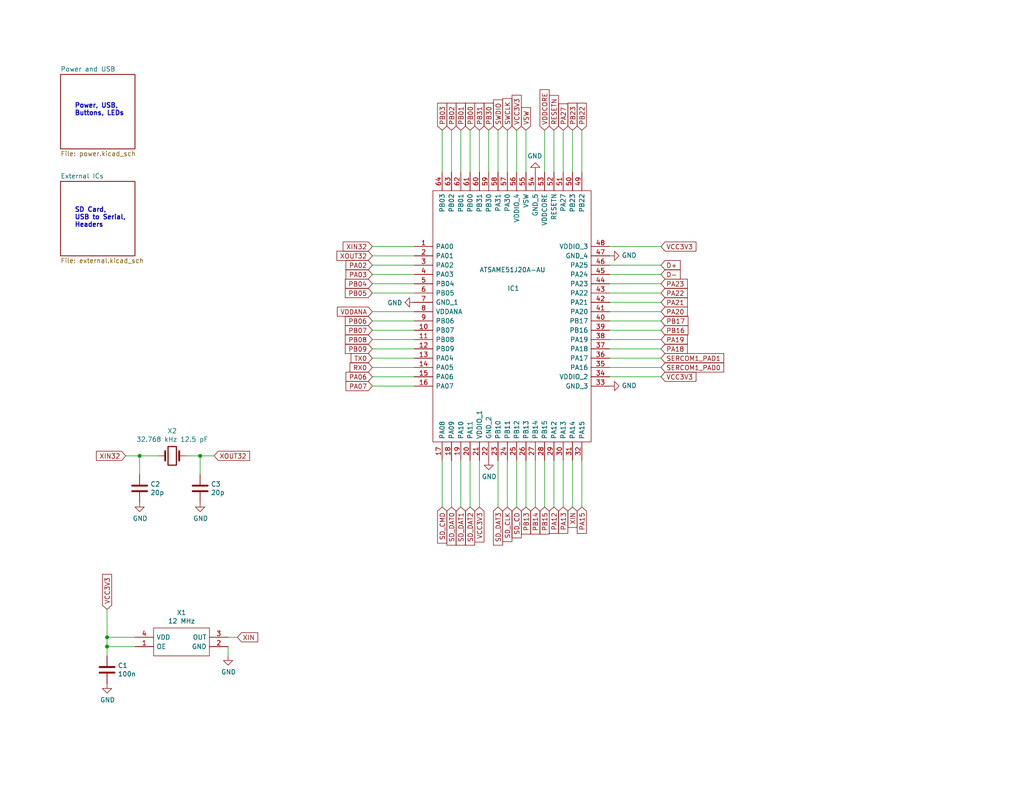
<source format=kicad_sch>
(kicad_sch (version 20211123) (generator eeschema)
  (paper "USLetter")
  (title_block (title "ATSAME51 Demo Board") (date "2021-10-25") (rev "1.0") (company "Quantum Embedded Systems"))
  (lib_symbols
    (symbol "Device:C" (pin_numbers hide) (pin_names (offset 0.254))
      (property "Reference" "C" (at 0.635 2.54 0))
      (property "Value" "C" (at 0.635 -2.54 0))
      (symbol "C_0_1"
        (polyline (pts (xy -2.032 -0.762) (xy 2.032 -0.762)) (stroke (width 0.508)))
        (polyline (pts (xy -2.032 0.762) (xy 2.032 0.762)) (stroke (width 0.508)))
      )
      (symbol "C_1_1"
        (pin passive line (at 0 3.81 270) (length 2.794) (name "~") (number "1"))
        (pin passive line (at 0 -3.81 90) (length 2.794) (name "~") (number "2"))
      )
    )
    (symbol "Device:Crystal" (pin_numbers hide) (pin_names (offset 1.016) hide)
      (property "Reference" "Y" (at 0 3.81 0))
      (property "Value" "Crystal" (at 0 -3.81 0))
      (symbol "Crystal_0_1"
        (rectangle (start -1.143 2.54) (end 1.143 -2.54) (stroke (width 0.3048)))
        (polyline (pts (xy -2.54 0) (xy -1.905 0)))
        (polyline (pts (xy -1.905 -1.27) (xy -1.905 1.27)) (stroke (width 0.508)))
        (polyline (pts (xy 1.905 -1.27) (xy 1.905 1.27)) (stroke (width 0.508)))
        (polyline (pts (xy 2.54 0) (xy 1.905 0)))
      )
      (symbol "Crystal_1_1"
        (pin passive line (at -3.81 0 0) (length 1.27) (name "1") (number "1"))
        (pin passive line (at 3.81 0 180) (length 1.27) (name "2") (number "2"))
      )
    )
    (symbol "SamacSys_Parts:ASTMUPCE-33-12.000MHZ-LJ-E-T" (pin_names (offset 0.762))
      (property "Reference" "Y" (at 21.59 7.62 0))
      (property "Value" "ASTMUPCE-33-12.000MHZ-LJ-E-T" (at 21.59 5.08 0))
      (symbol "ASTMUPCE-33-12.000MHZ-LJ-E-T_0_0"
        (pin passive line (at 0 -2.54 0) (length 5.08) (name "OE") (number "1"))
        (pin passive line (at 25.4 -2.54 180) (length 5.08) (name "GND") (number "2"))
        (pin passive line (at 25.4 0 180) (length 5.08) (name "OUT") (number "3"))
        (pin passive line (at 0 0 0) (length 5.08) (name "VDD") (number "4"))
      )
      (symbol "ASTMUPCE-33-12.000MHZ-LJ-E-T_0_1"
        (polyline (pts (xy 5.08 2.54) (xy 20.32 2.54) (xy 20.32 -5.08) (xy 5.08 -5.08) (xy 5.08 2.54)) (stroke (width 0.1524)))
      )
    )
    (symbol "SamacSys_Parts:ATSAME51J20A-AU" (pin_names (offset 0.762))
      (property "Reference" "IC" (at 49.53 20.32 0))
      (property "Value" "ATSAME51J20A-AU" (at 49.53 17.78 0))
      (symbol "ATSAME51J20A-AU_0_0"
        (pin passive line (at 0 0 0) (length 5.08) (name "PA00") (number "1"))
        (pin passive line (at 0 -22.86 0) (length 5.08) (name "PB07") (number "10"))
        (pin passive line (at 0 -25.4 0) (length 5.08) (name "PB08") (number "11"))
        (pin passive line (at 0 -27.94 0) (length 5.08) (name "PB09") (number "12"))
        (pin passive line (at 0 -30.48 0) (length 5.08) (name "PA04") (number "13"))
        (pin passive line (at 0 -33.02 0) (length 5.08) (name "PA05") (number "14"))
        (pin passive line (at 0 -35.56 0) (length 5.08) (name "PA06") (number "15"))
        (pin passive line (at 0 -38.1 0) (length 5.08) (name "PA07") (number "16"))
        (pin passive line (at 7.62 -58.42 90) (length 5.08) (name "PA08") (number "17"))
        (pin passive line (at 10.16 -58.42 90) (length 5.08) (name "PA09") (number "18"))
        (pin passive line (at 12.7 -58.42 90) (length 5.08) (name "PA10") (number "19"))
        (pin passive line (at 0 -2.54 0) (length 5.08) (name "PA01") (number "2"))
        (pin passive line (at 15.24 -58.42 90) (length 5.08) (name "PA11") (number "20"))
        (pin passive line (at 17.78 -58.42 90) (length 5.08) (name "VDDIO_1") (number "21"))
        (pin passive line (at 20.32 -58.42 90) (length 5.08) (name "GND_2") (number "22"))
        (pin passive line (at 22.86 -58.42 90) (length 5.08) (name "PB10") (number "23"))
        (pin passive line (at 25.4 -58.42 90) (length 5.08) (name "PB11") (number "24"))
        (pin passive line (at 27.94 -58.42 90) (length 5.08) (name "PB12") (number "25"))
        (pin passive line (at 30.48 -58.42 90) (length 5.08) (name "PB13") (number "26"))
        (pin passive line (at 33.02 -58.42 90) (length 5.08) (name "PB14") (number "27"))
        (pin passive line (at 35.56 -58.42 90) (length 5.08) (name "PB15") (number "28"))
        (pin passive line (at 38.1 -58.42 90) (length 5.08) (name "PA12") (number "29"))
        (pin passive line (at 0 -5.08 0) (length 5.08) (name "PA02") (number "3"))
        (pin passive line (at 40.64 -58.42 90) (length 5.08) (name "PA13") (number "30"))
        (pin passive line (at 43.18 -58.42 90) (length 5.08) (name "PA14") (number "31"))
        (pin passive line (at 45.72 -58.42 90) (length 5.08) (name "PA15") (number "32"))
        (pin passive line (at 53.34 -38.1 180) (length 5.08) (name "GND_3") (number "33"))
        (pin passive line (at 53.34 -35.56 180) (length 5.08) (name "VDDIO_2") (number "34"))
        (pin passive line (at 53.34 -33.02 180) (length 5.08) (name "PA16") (number "35"))
        (pin passive line (at 53.34 -30.48 180) (length 5.08) (name "PA17") (number "36"))
        (pin passive line (at 53.34 -27.94 180) (length 5.08) (name "PA18") (number "37"))
        (pin passive line (at 53.34 -25.4 180) (length 5.08) (name "PA19") (number "38"))
        (pin passive line (at 53.34 -22.86 180) (length 5.08) (name "PB16") (number "39"))
        (pin passive line (at 0 -7.62 0) (length 5.08) (name "PA03") (number "4"))
        (pin passive line (at 53.34 -20.32 180) (length 5.08) (name "PB17") (number "40"))
        (pin passive line (at 53.34 -17.78 180) (length 5.08) (name "PA20") (number "41"))
        (pin passive line (at 53.34 -15.24 180) (length 5.08) (name "PA21") (number "42"))
        (pin passive line (at 53.34 -12.7 180) (length 5.08) (name "PA22") (number "43"))
        (pin passive line (at 53.34 -10.16 180) (length 5.08) (name "PA23") (number "44"))
        (pin passive line (at 53.34 -7.62 180) (length 5.08) (name "PA24") (number "45"))
        (pin passive line (at 53.34 -5.08 180) (length 5.08) (name "PA25") (number "46"))
        (pin passive line (at 53.34 -2.54 180) (length 5.08) (name "GND_4") (number "47"))
        (pin passive line (at 53.34 0 180) (length 5.08) (name "VDDIO_3") (number "48"))
        (pin passive line (at 45.72 20.32 270) (length 5.08) (name "PB22") (number "49"))
        (pin passive line (at 0 -10.16 0) (length 5.08) (name "PB04") (number "5"))
        (pin passive line (at 43.18 20.32 270) (length 5.08) (name "PB23") (number "50"))
        (pin passive line (at 40.64 20.32 270) (length 5.08) (name "PA27") (number "51"))
        (pin passive line (at 38.1 20.32 270) (length 5.08) (name "RESETN") (number "52"))
        (pin passive line (at 35.56 20.32 270) (length 5.08) (name "VDDCORE") (number "53"))
        (pin passive line (at 33.02 20.32 270) (length 5.08) (name "GND_5") (number "54"))
        (pin passive line (at 30.48 20.32 270) (length 5.08) (name "VSW") (number "55"))
        (pin passive line (at 27.94 20.32 270) (length 5.08) (name "VDDIO_4") (number "56"))
        (pin passive line (at 25.4 20.32 270) (length 5.08) (name "PA30") (number "57"))
        (pin passive line (at 22.86 20.32 270) (length 5.08) (name "PA31") (number "58"))
        (pin passive line (at 20.32 20.32 270) (length 5.08) (name "PB30") (number "59"))
        (pin passive line (at 0 -12.7 0) (length 5.08) (name "PB05") (number "6"))
        (pin passive line (at 17.78 20.32 270) (length 5.08) (name "PB31") (number "60"))
        (pin passive line (at 15.24 20.32 270) (length 5.08) (name "PB00") (number "61"))
        (pin passive line (at 12.7 20.32 270) (length 5.08) (name "PB01") (number "62"))
        (pin passive line (at 10.16 20.32 270) (length 5.08) (name "PB02") (number "63"))
        (pin passive line (at 7.62 20.32 270) (length 5.08) (name "PB03") (number "64"))
        (pin passive line (at 0 -15.24 0) (length 5.08) (name "GND_1") (number "7"))
        (pin passive line (at 0 -17.78 0) (length 5.08) (name "VDDANA") (number "8"))
        (pin passive line (at 0 -20.32 0) (length 5.08) (name "PB06") (number "9"))
      )
      (symbol "ATSAME51J20A-AU_0_1"
        (polyline (pts (xy 5.08 15.24) (xy 48.26 15.24) (xy 48.26 -53.34) (xy 5.08 -53.34) (xy 5.08 15.24)) (stroke (width 0.1524)))
      )
    )
    (symbol "power:GND" (power) (pin_names (offset 0))
      (property "Value" "GND" (at 0 -3.81 0))
      (symbol "GND_0_1"
        (polyline (pts (xy 0 0) (xy 0 -1.27) (xy 1.27 -1.27) (xy 0 -2.54) (xy -1.27 -1.27) (xy 0 -1.27)))
      )
      (symbol "GND_1_1"
        (pin power_in line (at 0 0 270) (length 0) hide (name "GND") (number "1"))
      )
    )
  )
  (junction (at 54.61 124.46))
  (junction (at 29.21 173.99))
  (junction (at 29.21 176.53))
  (junction (at 38.1 124.46))
  (wire (pts (xy 29.21 166.37) (xy 29.21 173.99)))
  (wire (pts (xy 151.13 125.73) (xy 151.13 138.43)))
  (wire (pts (xy 180.34 92.71) (xy 166.37 92.71)))
  (wire (pts (xy 120.65 46.99) (xy 120.65 35.56)))
  (wire (pts (xy 101.6 72.39) (xy 113.03 72.39)))
  (wire (pts (xy 34.29 124.46) (xy 38.1 124.46)))
  (wire (pts (xy 125.73 46.99) (xy 125.73 35.56)))
  (wire (pts (xy 101.6 87.63) (xy 113.03 87.63)))
  (wire (pts (xy 62.23 173.99) (xy 64.77 173.99)))
  (wire (pts (xy 138.43 125.73) (xy 138.43 138.43)))
  (wire (pts (xy 101.6 85.09) (xy 113.03 85.09)))
  (wire (pts (xy 143.51 46.99) (xy 143.51 35.56)))
  (wire (pts (xy 166.37 97.79) (xy 180.34 97.79)))
  (wire (pts (xy 101.6 74.93) (xy 113.03 74.93)))
  (wire (pts (xy 166.37 72.39) (xy 180.34 72.39)))
  (wire (pts (xy 128.27 125.73) (xy 128.27 138.43)))
  (wire (pts (xy 158.75 46.99) (xy 158.75 35.56)))
  (wire (pts (xy 166.37 100.33) (xy 180.34 100.33)))
  (wire (pts (xy 101.6 105.41) (xy 113.03 105.41)))
  (wire (pts (xy 50.8 124.46) (xy 54.61 124.46)))
  (wire (pts (xy 158.75 125.73) (xy 158.75 138.43)))
  (wire (pts (xy 101.6 102.87) (xy 113.03 102.87)))
  (wire (pts (xy 29.21 176.53) (xy 29.21 173.99)))
  (wire (pts (xy 133.35 35.56) (xy 133.35 46.99)))
  (wire (pts (xy 123.19 35.56) (xy 123.19 46.99)))
  (wire (pts (xy 148.59 138.43) (xy 148.59 125.73)))
  (wire (pts (xy 130.81 138.43) (xy 130.81 125.73)))
  (wire (pts (xy 148.59 46.99) (xy 148.59 35.56)))
  (wire (pts (xy 166.37 80.01) (xy 180.34 80.01)))
  (wire (pts (xy 180.34 82.55) (xy 166.37 82.55)))
  (wire (pts (xy 135.89 125.73) (xy 135.89 138.43)))
  (wire (pts (xy 101.6 92.71) (xy 113.03 92.71)))
  (wire (pts (xy 38.1 124.46) (xy 38.1 129.54)))
  (wire (pts (xy 140.97 46.99) (xy 140.97 35.56)))
  (wire (pts (xy 135.89 35.56) (xy 135.89 46.99)))
  (wire (pts (xy 166.37 74.93) (xy 180.34 74.93)))
  (wire (pts (xy 113.03 67.31) (xy 101.6 67.31)))
  (wire (pts (xy 101.6 90.17) (xy 113.03 90.17)))
  (wire (pts (xy 123.19 125.73) (xy 123.19 138.43)))
  (wire (pts (xy 128.27 35.56) (xy 128.27 46.99)))
  (wire (pts (xy 29.21 173.99) (xy 36.83 173.99)))
  (wire (pts (xy 101.6 77.47) (xy 113.03 77.47)))
  (wire (pts (xy 153.67 46.99) (xy 153.67 35.56)))
  (wire (pts (xy 146.05 125.73) (xy 146.05 138.43)))
  (wire (pts (xy 166.37 102.87) (xy 180.34 102.87)))
  (wire (pts (xy 36.83 176.53) (xy 29.21 176.53)))
  (wire (pts (xy 143.51 138.43) (xy 143.51 125.73)))
  (wire (pts (xy 58.42 124.46) (xy 54.61 124.46)))
  (wire (pts (xy 101.6 95.25) (xy 113.03 95.25)))
  (wire (pts (xy 113.03 97.79) (xy 101.6 97.79)))
  (wire (pts (xy 180.34 87.63) (xy 166.37 87.63)))
  (wire (pts (xy 166.37 90.17) (xy 180.34 90.17)))
  (wire (pts (xy 166.37 95.25) (xy 180.34 95.25)))
  (wire (pts (xy 43.18 124.46) (xy 38.1 124.46)))
  (wire (pts (xy 130.81 46.99) (xy 130.81 35.56)))
  (wire (pts (xy 62.23 176.53) (xy 62.23 179.07)))
  (wire (pts (xy 156.21 138.43) (xy 156.21 125.73)))
  (wire (pts (xy 113.03 69.85) (xy 101.6 69.85)))
  (wire (pts (xy 156.21 46.99) (xy 156.21 35.56)))
  (wire (pts (xy 113.03 100.33) (xy 101.6 100.33)))
  (wire (pts (xy 125.73 125.73) (xy 125.73 138.43)))
  (wire (pts (xy 101.6 80.01) (xy 113.03 80.01)))
  (wire (pts (xy 166.37 67.31) (xy 180.34 67.31)))
  (wire (pts (xy 140.97 125.73) (xy 140.97 138.43)))
  (wire (pts (xy 153.67 138.43) (xy 153.67 125.73)))
  (wire (pts (xy 166.37 85.09) (xy 180.34 85.09)))
  (wire (pts (xy 151.13 46.99) (xy 151.13 35.56)))
  (wire (pts (xy 180.34 77.47) (xy 166.37 77.47)))
  (wire (pts (xy 138.43 46.99) (xy 138.43 35.56)))
  (wire (pts (xy 29.21 179.07) (xy 29.21 176.53)))
  (wire (pts (xy 54.61 124.46) (xy 54.61 129.54)))
  (wire (pts (xy 120.65 125.73) (xy 120.65 138.43)))
  (text "Power, USB, \nButtons, LEDs" (at 20.32 31.75 0) (effects (font (size 1.27 1.27) (thickness 0.254) bold) (justify left bottom)))
  (text "SD Card, \nUSB to Serial,\nHeaders" (at 20.32 62.23 0) (effects (font (size 1.27 1.27) (thickness 0.254) bold) (justify left bottom)))
  (global_label "SERCOM1_PAD1" (shape input) (at 180.34 97.79 0) (property "Intersheet References" "${INTERSHEET_REFS}" (effects hide)))
  (global_label "PB14" (shape input) (at 146.05 138.43 270) (property "Intersheet References" "${INTERSHEET_REFS}" (effects hide)))
  (global_label "RESETN" (shape input) (at 151.13 35.56 90) (property "Intersheet References" "${INTERSHEET_REFS}" (effects hide)))
  (global_label "D+" (shape input) (at 180.34 72.39 0) (property "Intersheet References" "${INTERSHEET_REFS}" (effects hide)))
  (global_label "PB23" (shape input) (at 156.21 35.56 90) (property "Intersheet References" "${INTERSHEET_REFS}" (effects hide)))
  (global_label "XIN" (shape input) (at 156.21 138.43 270) (property "Intersheet References" "${INTERSHEET_REFS}" (effects hide)))
  (global_label "PB08" (shape input) (at 101.6 92.71 180) (property "Intersheet References" "${INTERSHEET_REFS}" (effects hide)))
  (global_label "PA22" (shape input) (at 180.34 80.01 0) (property "Intersheet References" "${INTERSHEET_REFS}" (effects hide)))
  (global_label "PA20" (shape input) (at 180.34 85.09 0) (property "Intersheet References" "${INTERSHEET_REFS}" (effects hide)))
  (global_label "VDDANA" (shape input) (at 101.6 85.09 180) (property "Intersheet References" "${INTERSHEET_REFS}" (effects hide)))
  (global_label "SD_DAT0" (shape input) (at 123.19 138.43 270) (property "Intersheet References" "${INTERSHEET_REFS}" (effects hide)))
  (global_label "PB06" (shape input) (at 101.6 87.63 180) (property "Intersheet References" "${INTERSHEET_REFS}" (effects hide)))
  (global_label "PA27" (shape input) (at 153.67 35.56 90) (property "Intersheet References" "${INTERSHEET_REFS}" (effects hide)))
  (global_label "PB30" (shape input) (at 133.35 35.56 90) (property "Intersheet References" "${INTERSHEET_REFS}" (effects hide)))
  (global_label "VSW" (shape input) (at 143.51 35.56 90) (property "Intersheet References" "${INTERSHEET_REFS}" (effects hide)))
  (global_label "PB13" (shape input) (at 143.51 138.43 270) (property "Intersheet References" "${INTERSHEET_REFS}" (effects hide)))
  (global_label "PB03" (shape input) (at 120.65 35.56 90) (property "Intersheet References" "${INTERSHEET_REFS}" (effects hide)))
  (global_label "PB16" (shape input) (at 180.34 90.17 0) (property "Intersheet References" "${INTERSHEET_REFS}" (effects hide)))
  (global_label "PA13" (shape input) (at 153.67 138.43 270) (property "Intersheet References" "${INTERSHEET_REFS}" (effects hide)))
  (global_label "VCC3V3" (shape input) (at 140.97 35.56 90) (property "Intersheet References" "${INTERSHEET_REFS}" (effects hide)))
  (global_label "SERCOM1_PAD0" (shape input) (at 180.34 100.33 0) (property "Intersheet References" "${INTERSHEET_REFS}" (effects hide)))
  (global_label "PA12" (shape input) (at 151.13 138.43 270) (property "Intersheet References" "${INTERSHEET_REFS}" (effects hide)))
  (global_label "SD_CD" (shape input) (at 140.97 138.43 270) (property "Intersheet References" "${INTERSHEET_REFS}" (effects hide)))
  (global_label "PA07" (shape input) (at 101.6 105.41 180) (property "Intersheet References" "${INTERSHEET_REFS}" (effects hide)))
  (global_label "SWDIO" (shape input) (at 135.89 35.56 90) (property "Intersheet References" "${INTERSHEET_REFS}" (effects hide)))
  (global_label "SD_DAT1" (shape input) (at 125.73 138.43 270) (property "Intersheet References" "${INTERSHEET_REFS}" (effects hide)))
  (global_label "PB22" (shape input) (at 158.75 35.56 90) (property "Intersheet References" "${INTERSHEET_REFS}" (effects hide)))
  (global_label "XOUT32" (shape input) (at 101.6 69.85 180) (property "Intersheet References" "${INTERSHEET_REFS}" (effects hide)))
  (global_label "VDDCORE" (shape input) (at 148.59 35.56 90) (property "Intersheet References" "${INTERSHEET_REFS}" (effects hide)))
  (global_label "PB00" (shape input) (at 128.27 35.56 90) (property "Intersheet References" "${INTERSHEET_REFS}" (effects hide)))
  (global_label "PB09" (shape input) (at 101.6 95.25 180) (property "Intersheet References" "${INTERSHEET_REFS}" (effects hide)))
  (global_label "PA19" (shape input) (at 180.34 92.71 0) (property "Intersheet References" "${INTERSHEET_REFS}" (effects hide)))
  (global_label "PA03" (shape input) (at 101.6 74.93 180) (property "Intersheet References" "${INTERSHEET_REFS}" (effects hide)))
  (global_label "PA06" (shape input) (at 101.6 102.87 180) (property "Intersheet References" "${INTERSHEET_REFS}" (effects hide)))
  (global_label "XIN" (shape input) (at 64.77 173.99 0) (property "Intersheet References" "${INTERSHEET_REFS}" (effects hide)))
  (global_label "D-" (shape input) (at 180.34 74.93 0) (property "Intersheet References" "${INTERSHEET_REFS}" (effects hide)))
  (global_label "SD_CMD" (shape input) (at 120.65 138.43 270) (property "Intersheet References" "${INTERSHEET_REFS}" (effects hide)))
  (global_label "VCC3V3" (shape input) (at 29.21 166.37 90) (property "Intersheet References" "${INTERSHEET_REFS}" (effects hide)))
  (global_label "XIN32" (shape input) (at 34.29 124.46 180) (property "Intersheet References" "${INTERSHEET_REFS}" (effects hide)))
  (global_label "TX0" (shape input) (at 101.6 97.79 180) (property "Intersheet References" "${INTERSHEET_REFS}" (effects hide)))
  (global_label "PB01" (shape input) (at 125.73 35.56 90) (property "Intersheet References" "${INTERSHEET_REFS}" (effects hide)))
  (global_label "SWCLK" (shape input) (at 138.43 35.56 90) (property "Intersheet References" "${INTERSHEET_REFS}" (effects hide)))
  (global_label "PB17" (shape input) (at 180.34 87.63 0) (property "Intersheet References" "${INTERSHEET_REFS}" (effects hide)))
  (global_label "PA18" (shape input) (at 180.34 95.25 0) (property "Intersheet References" "${INTERSHEET_REFS}" (effects hide)))
  (global_label "SD_DAT3" (shape input) (at 135.89 138.43 270) (property "Intersheet References" "${INTERSHEET_REFS}" (effects hide)))
  (global_label "VCC3V3" (shape input) (at 180.34 67.31 0) (property "Intersheet References" "${INTERSHEET_REFS}" (effects hide)))
  (global_label "SD_CLK" (shape input) (at 138.43 138.43 270) (property "Intersheet References" "${INTERSHEET_REFS}" (effects hide)))
  (global_label "PB07" (shape input) (at 101.6 90.17 180) (property "Intersheet References" "${INTERSHEET_REFS}" (effects hide)))
  (global_label "PA15" (shape input) (at 158.75 138.43 270) (property "Intersheet References" "${INTERSHEET_REFS}" (effects hide)))
  (global_label "PB15" (shape input) (at 148.59 138.43 270) (property "Intersheet References" "${INTERSHEET_REFS}" (effects hide)))
  (global_label "PB04" (shape input) (at 101.6 77.47 180) (property "Intersheet References" "${INTERSHEET_REFS}" (effects hide)))
  (global_label "PA21" (shape input) (at 180.34 82.55 0) (property "Intersheet References" "${INTERSHEET_REFS}" (effects hide)))
  (global_label "VCC3V3" (shape input) (at 130.81 138.43 270) (property "Intersheet References" "${INTERSHEET_REFS}" (effects hide)))
  (global_label "VCC3V3" (shape input) (at 180.34 102.87 0) (property "Intersheet References" "${INTERSHEET_REFS}" (effects hide)))
  (global_label "PA23" (shape input) (at 180.34 77.47 0) (property "Intersheet References" "${INTERSHEET_REFS}" (effects hide)))
  (global_label "PB05" (shape input) (at 101.6 80.01 180) (property "Intersheet References" "${INTERSHEET_REFS}" (effects hide)))
  (global_label "RX0" (shape input) (at 101.6 100.33 180) (property "Intersheet References" "${INTERSHEET_REFS}" (effects hide)))
  (global_label "PB31" (shape input) (at 130.81 35.56 90) (property "Intersheet References" "${INTERSHEET_REFS}" (effects hide)))
  (global_label "PB02" (shape input) (at 123.19 35.56 90) (property "Intersheet References" "${INTERSHEET_REFS}" (effects hide)))
  (global_label "XOUT32" (shape input) (at 58.42 124.46 0) (property "Intersheet References" "${INTERSHEET_REFS}" (effects hide)))
  (global_label "XIN32" (shape input) (at 101.6 67.31 180) (property "Intersheet References" "${INTERSHEET_REFS}" (effects hide)))
  (global_label "SD_DAT2" (shape input) (at 128.27 138.43 270) (property "Intersheet References" "${INTERSHEET_REFS}" (effects hide)))
  (global_label "PA02" (shape input) (at 101.6 72.39 180) (property "Intersheet References" "${INTERSHEET_REFS}" (effects hide)))
  (symbol (lib_id "SamacSys_Parts:ATSAME51J20A-AU") (at 113.03 67.31 0) (unit 1)
    (property "Reference" "IC1" (at 138.43 78.74 0) (effects (justify left)))
    (property "Value" "ATSAME51J20A-AU" (at 130.81 73.66 0) (effects (justify left)))
    (property "Footprint" "SamacSys_Parts:QFP50P1200X1200X120-64N" (effects hide))
    (property "Datasheet" "http://ww1.microchip.com/downloads/en/DeviceDoc/SAM-D5xE5x-Family-Datasheet-01507B.pdf" (effects hide))
    (property "Description" "MICROCHIP - ATSAME51J20A-AU - MCU, ARM CORTEX-M4F, 120MHZ, TQFP-64" (effects hide))
    (property "Height" "1.2" (effects hide))
    (property "Mouser Part Number" "556-ATSAME51J20A-AU" (effects hide))
    (property "Mouser Price/Stock" "https://www.mouser.co.uk/ProductDetail/Microchip-Technology-Atmel/ATSAME51J20A-AU?qs=YCa%2FAAYMW00gAweaUvOoIg%3D%3D" (effects hide))
    (property "Manufacturer_Name" "Microchip" (effects hide))
    (property "Manufacturer_Part_Number" "ATSAME51J20A-AU" (effects hide))
  )
  (symbol (lib_id "power:GND") (at 113.03 82.55 270) (unit 1)
    (property "Reference" "#PWR05" (effects hide))
    (property "Value" "GND" (at 109.7788 82.677 90) (effects (justify right)))
  )
  (symbol (lib_id "power:GND") (at 133.35 125.73 0) (unit 1)
    (property "Reference" "#PWR06" (effects hide))
    (property "Value" "GND" (at 133.477 130.1242 0))
  )
  (symbol (lib_id "power:GND") (at 166.37 105.41 90) (unit 1)
    (property "Reference" "#PWR09" (effects hide))
    (property "Value" "GND" (at 169.6212 105.283 90) (effects (justify right)))
  )
  (symbol (lib_id "power:GND") (at 166.37 69.85 90) (unit 1)
    (property "Reference" "#PWR08" (effects hide))
    (property "Value" "GND" (at 169.6212 69.723 90) (effects (justify right)))
  )
  (symbol (lib_id "power:GND") (at 146.05 46.99 180) (unit 1)
    (property "Reference" "#PWR07" (effects hide))
    (property "Value" "GND" (at 145.923 42.5958 0))
  )
  (symbol (lib_id "SamacSys_Parts:ASTMUPCE-33-12.000MHZ-LJ-E-T") (at 36.83 173.99 0) (unit 1)
    (property "Reference" "X1" (at 49.53 167.259 0))
    (property "Value" "12 MHz" (at 49.53 169.5704 0))
    (property "Footprint" "SamacSys_Parts:ASTMUPCE3312000MHZLJET" (effects hide))
    (property "Datasheet" "https://abracon.com/Oscillators/ASTMUPC.pdf" (effects hide))
    (property "Description" "Standard Clock Oscillators MEMS OSC XO 12.0000MHZ LVCMOS" (effects hide))
    (property "Height" "0.8" (effects hide))
    (property "Mouser Part Number" "815-UPCE3312LJET" (effects hide))
    (property "Mouser Price/Stock" "https://www.mouser.co.uk/ProductDetail/ABRACON/ASTMUPCE-33-12000MHZ-LJ-E-T?qs=%2FPOkb%252BiDxRX9piuXNFIeDg%3D%3D" (effects hide))
    (property "Manufacturer_Name" "ABRACON" (effects hide))
    (property "Manufacturer_Part_Number" "ASTMUPCE-33-12.000MHZ-LJ-E-T" (effects hide))
  )
  (symbol (lib_id "Device:C") (at 38.1 133.35 0) (unit 1)
    (property "Reference" "C2" (at 41.021 132.1816 0) (effects (justify left)))
    (property "Value" "20p" (at 41.021 134.493 0) (effects (justify left)))
    (property "Footprint" "Capacitor_SMD:C_0603_1608Metric" (effects hide))
  )
  (symbol (lib_id "Device:C") (at 54.61 133.35 0) (unit 1)
    (property "Reference" "C3" (at 57.531 132.1816 0) (effects (justify left)))
    (property "Value" "20p" (at 57.531 134.493 0) (effects (justify left)))
    (property "Footprint" "Capacitor_SMD:C_0603_1608Metric" (effects hide))
  )
  (symbol (lib_id "Device:C") (at 29.21 182.88 0) (unit 1)
    (property "Reference" "C1" (at 32.131 181.7116 0) (effects (justify left)))
    (property "Value" "100n" (at 32.131 184.023 0) (effects (justify left)))
    (property "Footprint" "Capacitor_SMD:C_0402_1005Metric" (effects hide))
  )
  (symbol (lib_id "power:GND") (at 29.21 186.69 0) (unit 1)
    (property "Reference" "#PWR01" (effects hide))
    (property "Value" "GND" (at 29.337 191.0842 0))
  )
  (symbol (lib_id "power:GND") (at 62.23 179.07 0) (unit 1)
    (property "Reference" "#PWR04" (effects hide))
    (property "Value" "GND" (at 62.357 183.4642 0))
  )
  (symbol (lib_id "Device:Crystal") (at 46.99 124.46 0) (unit 1)
    (property "Reference" "X2" (at 46.99 117.6528 0))
    (property "Value" "32.768 kHz 12.5 pF" (at 46.99 119.9642 0))
    (property "Footprint" "SamacSys_Parts:CM9VT1A" (effects hide))
  )
  (symbol (lib_id "power:GND") (at 38.1 137.16 0) (unit 1)
    (property "Reference" "#PWR02" (effects hide))
    (property "Value" "GND" (at 38.227 141.5542 0))
  )
  (symbol (lib_id "power:GND") (at 54.61 137.16 0) (unit 1)
    (property "Reference" "#PWR03" (effects hide))
    (property "Value" "GND" (at 54.737 141.5542 0))
  )
  (sheet (at 16.51 49.53) (size 20.32 20.32)
    (property "Sheet name" "External ICs" (at 16.51 48.8184 0) (effects (justify left bottom)))
    (property "Sheet file" "external.kicad_sch" (at 16.51 70.4346 0) (effects (justify left top)))
  )
  (sheet (at 16.51 20.32) (size 20.32 20.32)
    (property "Sheet name" "Power and USB" (at 16.51 19.6084 0) (effects (justify left bottom)))
    (property "Sheet file" "power.kicad_sch" (at 16.51 41.2246 0) (effects (justify left top)))
  )
)
</source>
